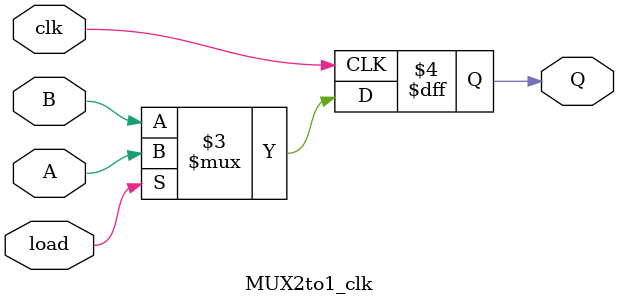
<source format=v>
`timescale 1ns / 1ps


module MUX2to1_clk(input A, input B, input load, input clk, output reg Q);

always @(posedge clk)
begin
Q=(load==1'b1)? A:B;
end
endmodule

</source>
